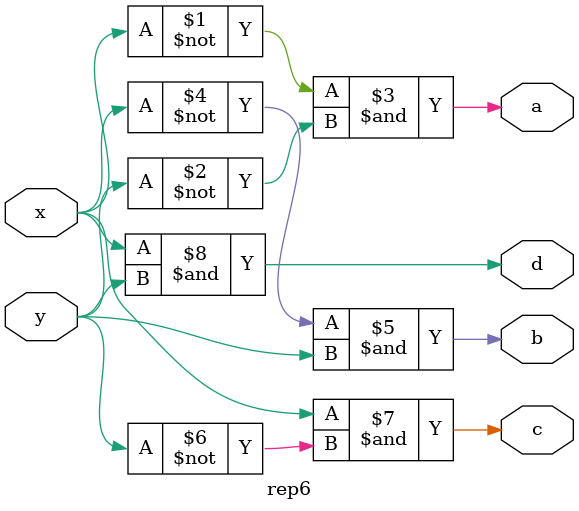
<source format=v>
module rep6(x,y,a,b,c,d);
	input x,y;
	output a,b,c,d;
	assign a = ~x&~y;
	assign b = ~x&y;
	assign c = x&~y;
	assign d = x&y;
endmodule

</source>
